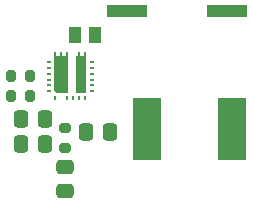
<source format=gbr>
G04 #@! TF.GenerationSoftware,KiCad,Pcbnew,8.0.5*
G04 #@! TF.CreationDate,2024-10-11T01:11:14-05:00*
G04 #@! TF.ProjectId,DAQ,4441512e-6b69-4636-9164-5f7063625858,rev?*
G04 #@! TF.SameCoordinates,Original*
G04 #@! TF.FileFunction,Paste,Bot*
G04 #@! TF.FilePolarity,Positive*
%FSLAX46Y46*%
G04 Gerber Fmt 4.6, Leading zero omitted, Abs format (unit mm)*
G04 Created by KiCad (PCBNEW 8.0.5) date 2024-10-11 01:11:14*
%MOMM*%
%LPD*%
G01*
G04 APERTURE LIST*
G04 Aperture macros list*
%AMRoundRect*
0 Rectangle with rounded corners*
0 $1 Rounding radius*
0 $2 $3 $4 $5 $6 $7 $8 $9 X,Y pos of 4 corners*
0 Add a 4 corners polygon primitive as box body*
4,1,4,$2,$3,$4,$5,$6,$7,$8,$9,$2,$3,0*
0 Add four circle primitives for the rounded corners*
1,1,$1+$1,$2,$3*
1,1,$1+$1,$4,$5*
1,1,$1+$1,$6,$7*
1,1,$1+$1,$8,$9*
0 Add four rect primitives between the rounded corners*
20,1,$1+$1,$2,$3,$4,$5,0*
20,1,$1+$1,$4,$5,$6,$7,0*
20,1,$1+$1,$6,$7,$8,$9,0*
20,1,$1+$1,$8,$9,$2,$3,0*%
G04 Aperture macros list end*
%ADD10C,0.000000*%
%ADD11RoundRect,0.250000X-0.337500X-0.475000X0.337500X-0.475000X0.337500X0.475000X-0.337500X0.475000X0*%
%ADD12R,2.413000X5.334000*%
%ADD13R,0.457200X0.254000*%
%ADD14R,0.254000X0.330198*%
%ADD15R,1.186900X2.848498*%
%ADD16R,0.972900X0.256998*%
%ADD17R,0.254000X0.330200*%
%ADD18R,0.850000X3.095500*%
%ADD19R,0.254000X0.457200*%
%ADD20RoundRect,0.200000X0.275000X-0.200000X0.275000X0.200000X-0.275000X0.200000X-0.275000X-0.200000X0*%
%ADD21RoundRect,0.200000X-0.200000X-0.275000X0.200000X-0.275000X0.200000X0.275000X-0.200000X0.275000X0*%
%ADD22R,1.066800X1.346200*%
%ADD23RoundRect,0.250000X-0.475000X0.337500X-0.475000X-0.337500X0.475000X-0.337500X0.475000X0.337500X0*%
%ADD24R,3.505200X1.092200*%
G04 APERTURE END LIST*
D10*
G36*
X121130000Y-81465599D02*
G01*
X121130000Y-84564399D01*
X120280000Y-84564399D01*
X120280000Y-81465599D01*
X120423001Y-81465100D01*
X121177000Y-81465100D01*
X121130000Y-81465599D01*
G37*
G36*
X119656900Y-81465599D02*
G01*
X119656900Y-84564399D01*
X118677100Y-84564399D01*
X118463100Y-84307399D01*
X118463100Y-81465599D01*
X118423000Y-81465100D01*
X119677000Y-81465100D01*
X119656900Y-81465599D01*
G37*
D11*
X115612500Y-88900000D03*
X117687500Y-88900000D03*
X121112500Y-87900000D03*
X123187500Y-87900000D03*
D12*
X133519500Y-87650000D03*
X126280500Y-87650000D03*
D13*
X117980001Y-84433999D03*
X117980001Y-83934000D03*
X117980001Y-83433999D03*
X117980001Y-82933999D03*
X117980001Y-82433998D03*
X117980001Y-81933999D03*
D14*
X118550000Y-81300001D03*
D15*
X119056550Y-82883150D03*
D16*
X119163550Y-84435898D03*
D17*
X119049999Y-81300000D03*
X119550000Y-81300000D03*
X120550001Y-81300000D03*
D18*
X120705000Y-83016649D03*
D17*
X121050000Y-81300000D03*
D13*
X121619999Y-81933999D03*
X121619999Y-82433998D03*
X121619999Y-82933999D03*
X121619999Y-83433999D03*
X121619999Y-83934000D03*
X121619999Y-84433999D03*
D19*
X121050000Y-85003998D03*
X120550001Y-85003998D03*
X120050000Y-85003998D03*
X119550000Y-85003998D03*
X118550000Y-85003998D03*
D20*
X119400000Y-89225000D03*
X119400000Y-87575000D03*
D21*
X114775000Y-83150000D03*
X116425000Y-83150000D03*
D11*
X115612500Y-86800000D03*
X117687500Y-86800000D03*
D22*
X120173700Y-79650000D03*
X121926300Y-79650000D03*
D23*
X119400000Y-90812500D03*
X119400000Y-92887500D03*
D24*
X124608200Y-77600000D03*
X133091800Y-77600000D03*
D21*
X114775000Y-84800000D03*
X116425000Y-84800000D03*
M02*

</source>
